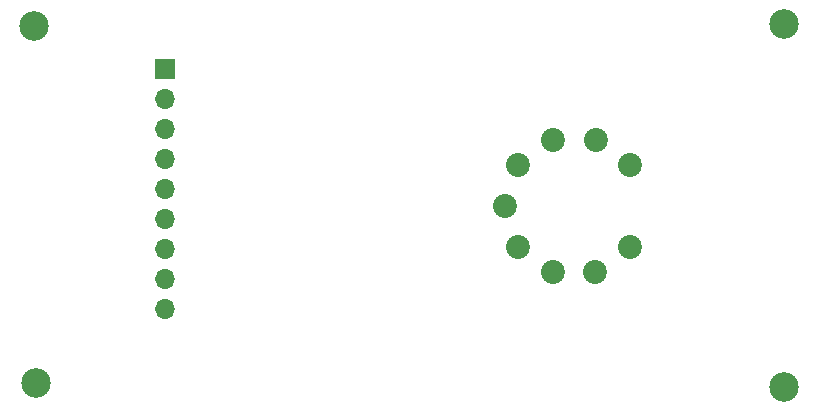
<source format=gbr>
%TF.GenerationSoftware,KiCad,Pcbnew,6.0.2+dfsg-1*%
%TF.CreationDate,2023-01-16T16:06:15-05:00*%
%TF.ProjectId,valve_breakout_small9,76616c76-655f-4627-9265-616b6f75745f,rev?*%
%TF.SameCoordinates,Original*%
%TF.FileFunction,Soldermask,Bot*%
%TF.FilePolarity,Negative*%
%FSLAX46Y46*%
G04 Gerber Fmt 4.6, Leading zero omitted, Abs format (unit mm)*
G04 Created by KiCad (PCBNEW 6.0.2+dfsg-1) date 2023-01-16 16:06:15*
%MOMM*%
%LPD*%
G01*
G04 APERTURE LIST*
%ADD10C,2.500000*%
%ADD11C,2.030000*%
%ADD12R,1.700000X1.700000*%
%ADD13O,1.700000X1.700000*%
G04 APERTURE END LIST*
D10*
%TO.C,REF\u002A\u002A*%
X91440000Y-78740000D03*
%TD*%
D11*
%TO.C,U1*%
X141910000Y-90530000D03*
X138980000Y-88380000D03*
X135330000Y-88380000D03*
X132400000Y-90530000D03*
X131260000Y-93980000D03*
X132400000Y-97440000D03*
X135330000Y-99590000D03*
X138940000Y-99590000D03*
X141910000Y-97440000D03*
%TD*%
D12*
%TO.C,J1*%
X102525933Y-82385933D03*
D13*
X102525933Y-84925933D03*
X102525933Y-87465933D03*
X102525933Y-90005933D03*
X102525933Y-92545933D03*
X102525933Y-95085933D03*
X102525933Y-97625933D03*
X102525933Y-100165933D03*
X102525933Y-102705933D03*
%TD*%
D10*
%TO.C,REF\u002A\u002A*%
X91567000Y-108966000D03*
%TD*%
%TO.C,REF*%
X154940000Y-109347000D03*
%TD*%
%TO.C,REF\u002A\u002A*%
X154940000Y-78613000D03*
%TD*%
M02*

</source>
